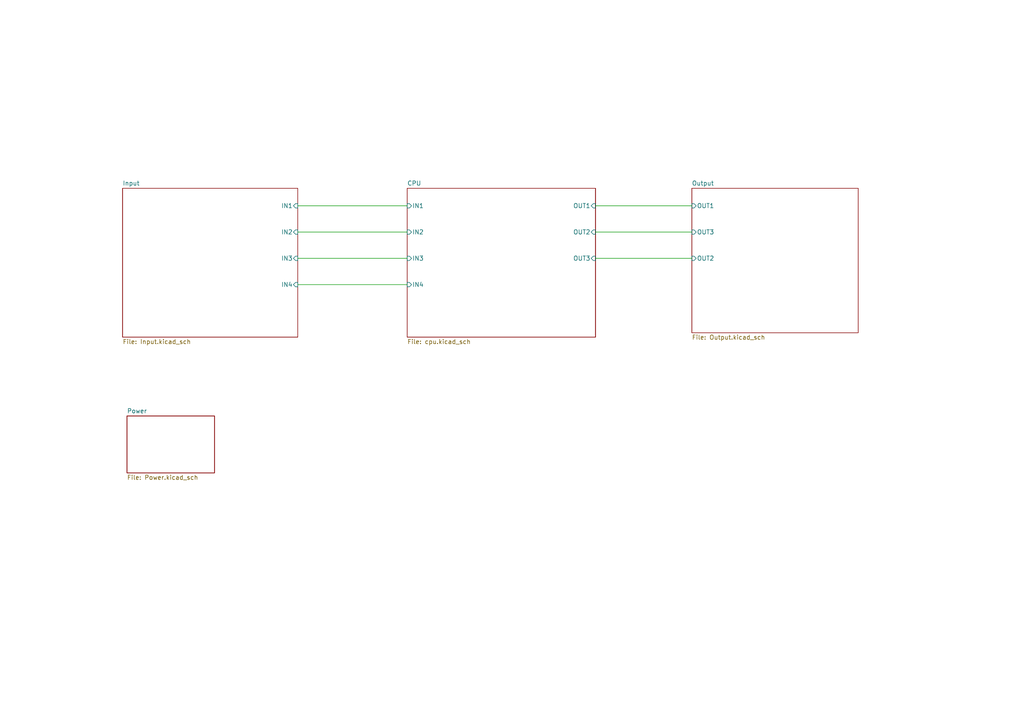
<source format=kicad_sch>
(kicad_sch (version 20211123) (generator eeschema)
  (paper "A4")
  (lib_symbols)
  (wire (pts (xy 86.36 59.69) (xy 118.11 59.69)))
  (wire (pts (xy 172.72 74.93) (xy 200.66 74.93)))
  (wire (pts (xy 86.36 82.55) (xy 118.11 82.55)))
  (wire (pts (xy 86.36 67.31) (xy 118.11 67.31)))
  (wire (pts (xy 86.36 74.93) (xy 118.11 74.93)))
  (wire (pts (xy 172.72 59.69) (xy 200.66 59.69)))
  (wire (pts (xy 172.72 67.31) (xy 200.66 67.31)))
  (sheet (at 35.56 54.61) (size 50.8 43.18) (stroke (width 0.1524))
    (property "Sheet name" "Input" (at 35.56 53.8984 0) (effects (justify left bottom)))
    (property "Sheet file" "Input.kicad_sch" (at 35.56 98.3746 0) (effects (justify left top)))
    (pin "IN1" input (at 86.36 59.69 0))
    (pin "IN4" input (at 86.36 82.55 0))
    (pin "IN3" input (at 86.36 74.93 0))
    (pin "IN2" input (at 86.36 67.31 0))
  )
  (sheet (at 118.11 54.61) (size 54.61 43.18) (stroke (width 0.1524))
    (property "Sheet name" "CPU" (at 118.11 53.8984 0) (effects (justify left bottom)))
    (property "Sheet file" "cpu.kicad_sch" (at 118.11 98.3746 0) (effects (justify left top)))
    (pin "IN1" input (at 118.11 59.69 180))
    (pin "IN3" input (at 118.11 74.93 180))
    (pin "IN4" input (at 118.11 82.55 180))
    (pin "IN2" input (at 118.11 67.31 180))
    (pin "OUT1" input (at 172.72 59.69 0))
    (pin "OUT2" input (at 172.72 67.31 0))
    (pin "OUT3" input (at 172.72 74.93 0))
  )
  (sheet (at 36.83 120.65) (size 25.4 16.51) (stroke (width 0.1524))
    (property "Sheet name" "Power" (at 36.83 119.9384 0) (effects (justify left bottom)))
    (property "Sheet file" "Power.kicad_sch" (at 36.83 137.7446 0) (effects (justify left top)))
  )
  (sheet (at 200.66 54.61) (size 48.26 41.91) (stroke (width 0.1524))
    (property "Sheet name" "Output" (at 200.66 53.8984 0) (effects (justify left bottom)))
    (property "Sheet file" "Output.kicad_sch" (at 200.66 97.1046 0) (effects (justify left top)))
    (pin "OUT1" input (at 200.66 59.69 180))
    (pin "OUT3" input (at 200.66 67.31 180))
    (pin "OUT2" input (at 200.66 74.93 180))
  )
)
</source>
